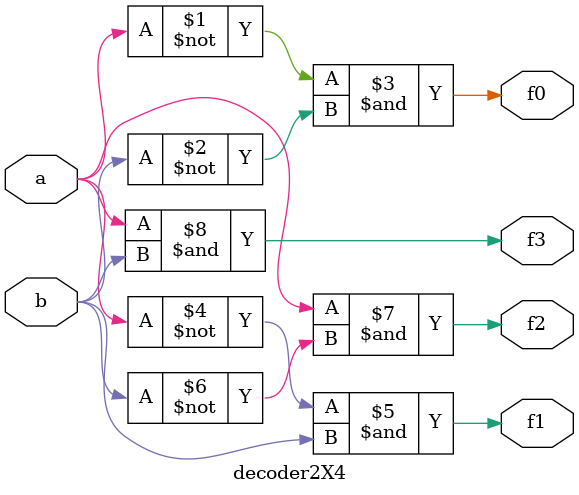
<source format=v>
module decoder2X4(output f0,f1,f2,f3,input a,b);
assign f0=(~a)&(~b);
assign f1=(~a)&(b);
assign f2=(a)&(~b);
assign f3=(a)&(b);
endmodule

</source>
